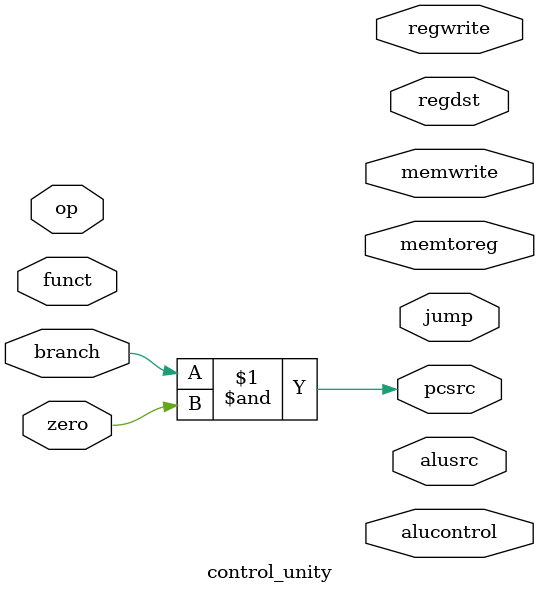
<source format=v>
module control_unity (
    
    input [5:0] op,
    input [5:0] funct,
    input zero,
    input branch,

    output memtoreg,
    output memwrite,
    output pcsrc,
    output alusrc,
    output regdst,
    output regwrite,
    output jump,
    output [2:0] alucontrol

);

    assign pcsrc = branch & zero;
    
endmodule
</source>
